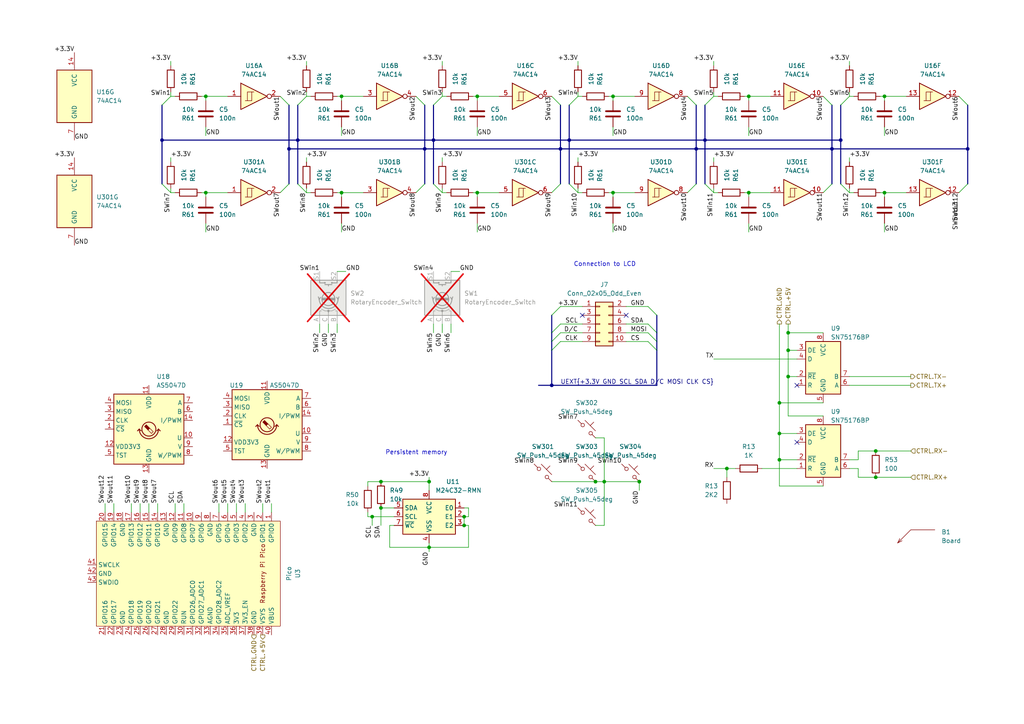
<source format=kicad_sch>
(kicad_sch (version 20230121) (generator eeschema)
  (paper "A4")
  (junction (at 99.06 55.88))
  (junction (at 177.8 55.88))
  (junction (at 217.17 27.94))
  (junction (at 228.6 109.22))
  (junction (at 228.6 101.6))
  (junction (at 228.6 96.52))
  (junction (at 125.73 40.64))
  (junction (at 86.36 40.64))
  (junction (at 83.82 43.18))
  (junction (at 254 130.81))
  (junction (at 134.62 152.4))
  (junction (at 172.72 139.7))
  (junction (at 59.69 27.94))
  (junction (at 226.06 133.35))
  (junction (at 123.19 43.18))
  (junction (at 162.56 43.18))
  (junction (at 243.84 40.64))
  (junction (at 107.95 149.86))
  (junction (at 46.99 40.64))
  (junction (at 201.93 43.18))
  (junction (at 124.46 139.7))
  (junction (at 256.54 27.94))
  (junction (at 226.06 125.73))
  (junction (at 59.69 55.88))
  (junction (at 254 138.43))
  (junction (at 204.47 40.64))
  (junction (at 124.46 158.75))
  (junction (at 160.02 111.76))
  (junction (at 217.17 55.88))
  (junction (at 226.06 116.84))
  (junction (at 177.8 27.94))
  (junction (at 241.3 43.18))
  (junction (at 210.82 135.89))
  (junction (at 256.54 55.88))
  (junction (at 165.1 40.64))
  (junction (at 280.67 43.18))
  (junction (at 110.49 147.32))
  (junction (at 175.26 139.7))
  (junction (at 134.62 149.86))
  (junction (at 110.49 139.7))
  (junction (at 138.43 55.88))
  (junction (at 138.43 27.94))
  (junction (at 99.06 27.94))
  (junction (at 185.42 139.7))
  (no_connect (at 168.91 91.44))
  (no_connect (at 181.61 91.44))
  (no_connect (at 231.14 111.76))
  (no_connect (at 231.14 128.27))
  (bus_entry (at 46.99 30.48) (size 2.54 -2.54))
  (bus_entry (at 278.13 27.94) (size 2.54 2.54))
  (bus_entry (at 246.38 55.88) (size -2.54 -2.54))
  (bus_entry (at 246.38 27.94) (size -2.54 2.54))
  (bus_entry (at 162.56 88.9) (size -2.54 2.54))
  (bus_entry (at 162.56 96.52) (size -2.54 2.54))
  (bus_entry (at 207.01 55.88) (size -2.54 -2.54))
  (bus_entry (at 128.27 27.94) (size -2.54 2.54))
  (bus_entry (at 199.39 27.94) (size 2.54 2.54))
  (bus_entry (at 167.64 55.88) (size -2.54 -2.54))
  (bus_entry (at 81.28 55.88) (size 2.54 -2.54))
  (bus_entry (at 167.64 27.94) (size -2.54 2.54))
  (bus_entry (at 207.01 27.94) (size -2.54 2.54))
  (bus_entry (at 187.96 88.9) (size 2.54 2.54))
  (bus_entry (at 238.76 55.88) (size 2.54 -2.54))
  (bus_entry (at 199.39 55.88) (size 2.54 -2.54))
  (bus_entry (at 86.36 53.34) (size 2.54 2.54))
  (bus_entry (at 120.65 55.88) (size 2.54 -2.54))
  (bus_entry (at 128.27 55.88) (size -2.54 -2.54))
  (bus_entry (at 86.36 30.48) (size 2.54 -2.54))
  (bus_entry (at 187.96 99.06) (size 2.54 2.54))
  (bus_entry (at 278.13 55.88) (size 2.54 -2.54))
  (bus_entry (at 162.56 99.06) (size -2.54 2.54))
  (bus_entry (at 187.96 96.52) (size 2.54 2.54))
  (bus_entry (at 238.76 27.94) (size 2.54 2.54))
  (bus_entry (at 120.65 27.94) (size 2.54 2.54))
  (bus_entry (at 46.99 53.34) (size 2.54 2.54))
  (bus_entry (at 160.02 55.88) (size 2.54 -2.54))
  (bus_entry (at 81.28 27.94) (size 2.54 2.54))
  (bus_entry (at 187.96 93.98) (size 2.54 2.54))
  (bus_entry (at 160.02 27.94) (size 2.54 2.54))
  (bus_entry (at 162.56 93.98) (size -2.54 2.54))
  (wire (pts (xy 110.49 147.32) (xy 110.49 152.4)))
  (wire (pts (xy 124.46 139.7) (xy 110.49 139.7)))
  (bus (pts (xy 125.73 40.64) (xy 165.1 40.64)))
  (bus (pts (xy 123.19 30.48) (xy 123.19 43.18)))
  (bus (pts (xy 190.5 101.6) (xy 190.5 111.76)))
  (wire (pts (xy 138.43 67.31) (xy 138.43 64.77)))
  (wire (pts (xy 135.89 158.75) (xy 124.46 158.75)))
  (wire (pts (xy 181.61 93.98) (xy 187.96 93.98)))
  (wire (pts (xy 49.53 54.61) (xy 49.53 55.88)))
  (wire (pts (xy 254 130.81) (xy 264.16 130.81)))
  (wire (pts (xy 220.98 135.89) (xy 231.14 135.89)))
  (wire (pts (xy 135.89 147.32) (xy 135.89 149.86)))
  (wire (pts (xy 177.8 55.88) (xy 184.15 55.88)))
  (wire (pts (xy 110.49 147.32) (xy 114.3 147.32)))
  (wire (pts (xy 138.43 29.21) (xy 138.43 27.94)))
  (wire (pts (xy 246.38 55.88) (xy 247.65 55.88)))
  (wire (pts (xy 213.36 135.89) (xy 210.82 135.89)))
  (wire (pts (xy 50.8 146.05) (xy 50.8 148.59)))
  (wire (pts (xy 88.9 17.78) (xy 88.9 19.05)))
  (wire (pts (xy 172.72 139.7) (xy 175.26 139.7)))
  (wire (pts (xy 177.8 29.21) (xy 177.8 27.94)))
  (wire (pts (xy 135.89 152.4) (xy 135.89 158.75)))
  (wire (pts (xy 217.17 29.21) (xy 217.17 27.94)))
  (wire (pts (xy 175.26 139.7) (xy 175.26 127)))
  (wire (pts (xy 181.61 96.52) (xy 187.96 96.52)))
  (bus (pts (xy 241.3 43.18) (xy 280.67 43.18)))
  (wire (pts (xy 59.69 39.37) (xy 59.69 36.83)))
  (wire (pts (xy 217.17 27.94) (xy 223.52 27.94)))
  (wire (pts (xy 125.73 96.52) (xy 125.73 93.98)))
  (bus (pts (xy 86.36 40.64) (xy 86.36 53.34)))
  (wire (pts (xy 248.92 130.81) (xy 248.92 133.35)))
  (bus (pts (xy 241.3 30.48) (xy 241.3 43.18)))
  (bus (pts (xy 123.19 43.18) (xy 162.56 43.18)))
  (wire (pts (xy 106.68 149.86) (xy 107.95 149.86)))
  (bus (pts (xy 83.82 30.48) (xy 83.82 43.18)))
  (wire (pts (xy 226.06 116.84) (xy 226.06 125.73)))
  (wire (pts (xy 167.64 17.78) (xy 167.64 19.05)))
  (bus (pts (xy 125.73 30.48) (xy 125.73 40.64)))
  (bus (pts (xy 165.1 40.64) (xy 204.47 40.64)))
  (wire (pts (xy 113.03 152.4) (xy 113.03 158.75)))
  (wire (pts (xy 78.74 146.05) (xy 78.74 148.59)))
  (bus (pts (xy 83.82 43.18) (xy 123.19 43.18)))
  (wire (pts (xy 167.64 55.88) (xy 168.91 55.88)))
  (wire (pts (xy 128.27 96.52) (xy 128.27 93.98)))
  (wire (pts (xy 217.17 55.88) (xy 215.9 55.88)))
  (wire (pts (xy 49.53 27.94) (xy 50.8 27.94)))
  (wire (pts (xy 238.76 116.84) (xy 226.06 116.84)))
  (wire (pts (xy 256.54 29.21) (xy 256.54 27.94)))
  (wire (pts (xy 92.71 96.52) (xy 92.71 93.98)))
  (wire (pts (xy 246.38 26.67) (xy 246.38 27.94)))
  (wire (pts (xy 128.27 55.88) (xy 129.54 55.88)))
  (wire (pts (xy 228.6 93.98) (xy 228.6 96.52)))
  (wire (pts (xy 53.34 146.05) (xy 53.34 148.59)))
  (wire (pts (xy 256.54 27.94) (xy 262.89 27.94)))
  (bus (pts (xy 160.02 91.44) (xy 160.02 96.52)))
  (wire (pts (xy 59.69 67.31) (xy 59.69 64.77)))
  (wire (pts (xy 226.06 125.73) (xy 231.14 125.73)))
  (bus (pts (xy 46.99 30.48) (xy 46.99 40.64)))
  (wire (pts (xy 95.25 96.52) (xy 95.25 93.98)))
  (wire (pts (xy 113.03 158.75) (xy 124.46 158.75)))
  (bus (pts (xy 125.73 40.64) (xy 125.73 53.34)))
  (bus (pts (xy 160.02 96.52) (xy 160.02 99.06)))
  (wire (pts (xy 128.27 45.72) (xy 128.27 46.99)))
  (wire (pts (xy 228.6 120.65) (xy 238.76 120.65)))
  (wire (pts (xy 177.8 55.88) (xy 176.53 55.88)))
  (wire (pts (xy 63.5 146.05) (xy 63.5 148.59)))
  (bus (pts (xy 86.36 30.48) (xy 86.36 40.64)))
  (wire (pts (xy 135.89 149.86) (xy 134.62 149.86)))
  (wire (pts (xy 167.64 27.94) (xy 168.91 27.94)))
  (bus (pts (xy 162.56 43.18) (xy 162.56 53.34)))
  (wire (pts (xy 167.64 26.67) (xy 167.64 27.94)))
  (wire (pts (xy 124.46 142.24) (xy 124.46 139.7)))
  (wire (pts (xy 226.06 93.98) (xy 226.06 116.84)))
  (wire (pts (xy 59.69 27.94) (xy 66.04 27.94)))
  (bus (pts (xy 241.3 43.18) (xy 241.3 53.34)))
  (bus (pts (xy 243.84 30.48) (xy 243.84 40.64)))
  (wire (pts (xy 114.3 152.4) (xy 113.03 152.4)))
  (wire (pts (xy 226.06 140.97) (xy 238.76 140.97)))
  (wire (pts (xy 228.6 109.22) (xy 228.6 120.65)))
  (wire (pts (xy 248.92 130.81) (xy 254 130.81)))
  (wire (pts (xy 71.12 146.05) (xy 71.12 148.59)))
  (wire (pts (xy 207.01 54.61) (xy 207.01 55.88)))
  (wire (pts (xy 246.38 27.94) (xy 247.65 27.94)))
  (wire (pts (xy 134.62 147.32) (xy 135.89 147.32)))
  (wire (pts (xy 99.06 67.31) (xy 99.06 64.77)))
  (wire (pts (xy 246.38 135.89) (xy 248.92 135.89)))
  (wire (pts (xy 99.06 57.15) (xy 99.06 55.88)))
  (bus (pts (xy 190.5 96.52) (xy 190.5 99.06)))
  (bus (pts (xy 204.47 40.64) (xy 204.47 53.34)))
  (bus (pts (xy 204.47 30.48) (xy 204.47 40.64)))
  (wire (pts (xy 256.54 55.88) (xy 255.27 55.88)))
  (wire (pts (xy 124.46 158.75) (xy 124.46 157.48)))
  (bus (pts (xy 165.1 40.64) (xy 165.1 53.34)))
  (wire (pts (xy 66.04 146.05) (xy 66.04 148.59)))
  (wire (pts (xy 33.02 146.05) (xy 33.02 148.59)))
  (wire (pts (xy 106.68 148.59) (xy 106.68 149.86)))
  (wire (pts (xy 128.27 17.78) (xy 128.27 19.05)))
  (wire (pts (xy 99.06 27.94) (xy 97.79 27.94)))
  (wire (pts (xy 124.46 138.43) (xy 124.46 139.7)))
  (wire (pts (xy 246.38 17.78) (xy 246.38 19.05)))
  (wire (pts (xy 207.01 45.72) (xy 207.01 46.99)))
  (wire (pts (xy 49.53 45.72) (xy 49.53 46.99)))
  (wire (pts (xy 167.64 45.72) (xy 167.64 46.99)))
  (bus (pts (xy 190.5 99.06) (xy 190.5 101.6)))
  (wire (pts (xy 217.17 57.15) (xy 217.17 55.88)))
  (wire (pts (xy 45.72 146.05) (xy 45.72 148.59)))
  (wire (pts (xy 88.9 27.94) (xy 90.17 27.94)))
  (bus (pts (xy 204.47 40.64) (xy 243.84 40.64)))
  (wire (pts (xy 175.26 139.7) (xy 185.42 139.7)))
  (wire (pts (xy 138.43 39.37) (xy 138.43 36.83)))
  (wire (pts (xy 99.06 39.37) (xy 99.06 36.83)))
  (wire (pts (xy 88.9 45.72) (xy 88.9 46.99)))
  (wire (pts (xy 246.38 45.72) (xy 246.38 46.99)))
  (wire (pts (xy 138.43 55.88) (xy 137.16 55.88)))
  (wire (pts (xy 207.01 55.88) (xy 208.28 55.88)))
  (wire (pts (xy 177.8 39.37) (xy 177.8 36.83)))
  (bus (pts (xy 243.84 40.64) (xy 243.84 53.34)))
  (wire (pts (xy 49.53 17.78) (xy 49.53 19.05)))
  (bus (pts (xy 280.67 43.18) (xy 280.67 53.34)))
  (wire (pts (xy 228.6 101.6) (xy 231.14 101.6)))
  (wire (pts (xy 210.82 135.89) (xy 210.82 138.43)))
  (wire (pts (xy 138.43 27.94) (xy 137.16 27.94)))
  (bus (pts (xy 86.36 40.64) (xy 125.73 40.64)))
  (wire (pts (xy 88.9 26.67) (xy 88.9 27.94)))
  (wire (pts (xy 124.46 160.02) (xy 124.46 158.75)))
  (wire (pts (xy 256.54 57.15) (xy 256.54 55.88)))
  (wire (pts (xy 49.53 55.88) (xy 50.8 55.88)))
  (wire (pts (xy 256.54 55.88) (xy 262.89 55.88)))
  (wire (pts (xy 181.61 88.9) (xy 187.96 88.9)))
  (wire (pts (xy 76.2 146.05) (xy 76.2 148.59)))
  (wire (pts (xy 99.06 55.88) (xy 105.41 55.88)))
  (wire (pts (xy 88.9 55.88) (xy 90.17 55.88)))
  (wire (pts (xy 207.01 26.67) (xy 207.01 27.94)))
  (wire (pts (xy 107.95 149.86) (xy 114.3 149.86)))
  (bus (pts (xy 162.56 30.48) (xy 162.56 43.18)))
  (wire (pts (xy 138.43 27.94) (xy 144.78 27.94)))
  (wire (pts (xy 133.35 78.74) (xy 130.81 78.74)))
  (bus (pts (xy 160.02 101.6) (xy 160.02 111.76)))
  (wire (pts (xy 256.54 39.37) (xy 256.54 36.83)))
  (wire (pts (xy 99.06 29.21) (xy 99.06 27.94)))
  (wire (pts (xy 256.54 67.31) (xy 256.54 64.77)))
  (wire (pts (xy 248.92 138.43) (xy 254 138.43)))
  (bus (pts (xy 280.67 30.48) (xy 280.67 43.18)))
  (wire (pts (xy 167.64 54.61) (xy 167.64 55.88)))
  (wire (pts (xy 162.56 96.52) (xy 168.91 96.52)))
  (wire (pts (xy 228.6 101.6) (xy 228.6 109.22)))
  (wire (pts (xy 175.26 152.4) (xy 175.26 139.7)))
  (wire (pts (xy 226.06 125.73) (xy 226.06 133.35)))
  (wire (pts (xy 99.06 27.94) (xy 105.41 27.94)))
  (wire (pts (xy 207.01 27.94) (xy 208.28 27.94)))
  (wire (pts (xy 177.8 57.15) (xy 177.8 55.88)))
  (wire (pts (xy 181.61 99.06) (xy 187.96 99.06)))
  (wire (pts (xy 59.69 29.21) (xy 59.69 27.94)))
  (wire (pts (xy 217.17 55.88) (xy 223.52 55.88)))
  (wire (pts (xy 246.38 54.61) (xy 246.38 55.88)))
  (bus (pts (xy 46.99 40.64) (xy 46.99 53.34)))
  (wire (pts (xy 177.8 67.31) (xy 177.8 64.77)))
  (wire (pts (xy 106.68 139.7) (xy 106.68 140.97)))
  (wire (pts (xy 97.79 93.98) (xy 97.79 96.52)))
  (wire (pts (xy 248.92 135.89) (xy 248.92 138.43)))
  (bus (pts (xy 162.56 43.18) (xy 201.93 43.18)))
  (bus (pts (xy 201.93 43.18) (xy 201.93 53.34)))
  (wire (pts (xy 217.17 27.94) (xy 215.9 27.94)))
  (bus (pts (xy 83.82 43.18) (xy 83.82 53.34)))
  (wire (pts (xy 217.17 39.37) (xy 217.17 36.83)))
  (wire (pts (xy 177.8 27.94) (xy 184.15 27.94)))
  (bus (pts (xy 165.1 30.48) (xy 165.1 40.64)))
  (wire (pts (xy 128.27 27.94) (xy 129.54 27.94)))
  (wire (pts (xy 226.06 133.35) (xy 231.14 133.35)))
  (wire (pts (xy 185.42 139.7) (xy 185.42 142.24)))
  (bus (pts (xy 190.5 91.44) (xy 190.5 96.52)))
  (wire (pts (xy 172.72 127) (xy 175.26 127)))
  (wire (pts (xy 138.43 55.88) (xy 144.78 55.88)))
  (wire (pts (xy 130.81 93.98) (xy 130.81 96.52)))
  (wire (pts (xy 217.17 67.31) (xy 217.17 64.77)))
  (wire (pts (xy 40.64 146.05) (xy 40.64 148.59)))
  (wire (pts (xy 207.01 17.78) (xy 207.01 19.05)))
  (wire (pts (xy 100.33 78.74) (xy 97.79 78.74)))
  (wire (pts (xy 207.01 104.14) (xy 231.14 104.14)))
  (wire (pts (xy 246.38 111.76) (xy 264.16 111.76)))
  (wire (pts (xy 226.06 133.35) (xy 226.06 140.97)))
  (wire (pts (xy 162.56 88.9) (xy 168.91 88.9)))
  (wire (pts (xy 107.95 149.86) (xy 107.95 152.4)))
  (wire (pts (xy 59.69 57.15) (xy 59.69 55.88)))
  (wire (pts (xy 160.02 139.7) (xy 172.72 139.7)))
  (wire (pts (xy 99.06 55.88) (xy 97.79 55.88)))
  (wire (pts (xy 254 138.43) (xy 264.16 138.43)))
  (wire (pts (xy 110.49 139.7) (xy 106.68 139.7)))
  (bus (pts (xy 156.21 111.76) (xy 160.02 111.76)))
  (wire (pts (xy 172.72 152.4) (xy 175.26 152.4)))
  (wire (pts (xy 128.27 26.67) (xy 128.27 27.94)))
  (bus (pts (xy 160.02 99.06) (xy 160.02 101.6)))
  (bus (pts (xy 201.93 43.18) (xy 241.3 43.18)))
  (wire (pts (xy 138.43 57.15) (xy 138.43 55.88)))
  (wire (pts (xy 30.48 146.05) (xy 30.48 148.59)))
  (wire (pts (xy 135.89 152.4) (xy 134.62 152.4)))
  (wire (pts (xy 59.69 27.94) (xy 58.42 27.94)))
  (wire (pts (xy 38.1 146.05) (xy 38.1 148.59)))
  (bus (pts (xy 46.99 40.64) (xy 86.36 40.64)))
  (wire (pts (xy 246.38 109.22) (xy 264.16 109.22)))
  (wire (pts (xy 248.92 133.35) (xy 246.38 133.35)))
  (wire (pts (xy 207.01 135.89) (xy 210.82 135.89)))
  (bus (pts (xy 201.93 30.48) (xy 201.93 43.18)))
  (bus (pts (xy 123.19 43.18) (xy 123.19 53.34)))
  (wire (pts (xy 228.6 96.52) (xy 238.76 96.52)))
  (wire (pts (xy 162.56 99.06) (xy 168.91 99.06)))
  (wire (pts (xy 177.8 27.94) (xy 176.53 27.94)))
  (bus (pts (xy 160.02 111.76) (xy 190.5 111.76)))
  (wire (pts (xy 59.69 55.88) (xy 66.04 55.88)))
  (wire (pts (xy 59.69 55.88) (xy 58.42 55.88)))
  (wire (pts (xy 162.56 93.98) (xy 168.91 93.98)))
  (wire (pts (xy 228.6 109.22) (xy 231.14 109.22)))
  (wire (pts (xy 43.18 146.05) (xy 43.18 148.59)))
  (wire (pts (xy 88.9 54.61) (xy 88.9 55.88)))
  (wire (pts (xy 128.27 54.61) (xy 128.27 55.88)))
  (wire (pts (xy 49.53 26.67) (xy 49.53 27.94)))
  (wire (pts (xy 256.54 27.94) (xy 255.27 27.94)))
  (wire (pts (xy 68.58 146.05) (xy 68.58 148.59)))
  (wire (pts (xy 134.62 149.86) (xy 134.62 152.4)))
  (wire (pts (xy 228.6 96.52) (xy 228.6 101.6)))
  (text "Persistent memory" (at 111.76 132.08 0) (effects (font (size 1.27 1.27)) (justify left bottom)))
  (text "Connection to LCD" (at 166.37 77.47 0) (effects (font (size 1.27 1.27)) (justify left bottom)))
  (label "SWin3" (at 128.27 27.94 180))
  (label "SWin9" (at 167.64 134.62 180))
  (label "SCL" (at 167.64 93.98 180))
  (label "SWout6" (at 63.5 146.05 90))
  (label "+3.3V" (at 88.9 17.78 180))
  (label "SWout5" (at 66.04 146.05 90))
  (label "SWin7" (at 167.64 121.92 180))
  (label "SWin11" (at 207.01 55.88 270))
  (label "SWin4" (at 167.64 27.94 180))
  (label "SWout8" (at 120.65 55.88 270))
  (label "+3.3V" (at 167.64 45.72 0))
  (label "SWin1" (at 49.53 27.94 180))
  (label "SWin9" (at 128.27 55.88 270))
  (label "SWout4" (at 68.58 146.05 90))
  (label "SWout1" (at 81.28 27.94 270))
  (label "RX" (at 207.01 135.89 180))
  (label "SWin5" (at 207.01 27.94 180))
  (label "SWin6" (at 130.81 96.52 270))
  (label "UEXT{+3.3V GND SCL SDA D{slash}C MOSI CLK CS}" (at 162.56 111.76 0))
  (label "+3.3V" (at 128.27 17.78 180))
  (label "SCL" (at 50.8 146.05 90))
  (label "SDA" (at 110.49 152.4 270))
  (label "SWin2" (at 92.71 96.52 270))
  (label "GND" (at 99.06 39.37 0))
  (label "+3.3V" (at 246.38 45.72 0))
  (label "+3.3V" (at 21.59 15.24 180))
  (label "+3.3V" (at 21.59 45.72 180))
  (label "SWin3" (at 97.79 96.52 270))
  (label "GND" (at 177.8 67.31 0))
  (label "SWout9" (at 40.64 146.05 90))
  (label "+3.3V" (at 49.53 17.78 180))
  (label "GND" (at 21.59 71.12 0))
  (label "SWout7" (at 45.72 146.05 90))
  (label "SWin8" (at 88.9 55.88 270))
  (label "MOSI" (at 182.88 96.52 0))
  (label "GND" (at 21.59 40.64 0))
  (label "SWout8" (at 43.18 146.05 90))
  (label "+3.3V" (at 167.64 88.9 180))
  (label "CLK" (at 167.64 99.06 180))
  (label "+3.3V" (at 88.9 45.72 0))
  (label "SWout11" (at 238.76 55.88 270))
  (label "SWout2" (at 76.2 146.05 90))
  (label "GND" (at 138.43 39.37 0))
  (label "SWin10" (at 167.64 55.88 270))
  (label "SWout3" (at 71.12 146.05 90))
  (label "+3.3V" (at 49.53 45.72 0))
  (label "SWout10" (at 199.39 55.88 270))
  (label "SWout2" (at 120.65 27.94 270))
  (label "GND" (at 256.54 39.37 0))
  (label "SWin10" (at 180.34 134.62 180))
  (label "SWin7" (at 49.53 55.88 270))
  (label "GND" (at 177.8 39.37 0))
  (label "GND" (at 182.88 88.9 0))
  (label "GND" (at 133.35 78.74 0))
  (label "SWout12" (at 30.48 146.05 90))
  (label "SWout6" (at 278.13 27.94 270))
  (label "SCL" (at 107.95 152.4 270))
  (label "D{slash}C" (at 167.64 96.52 180))
  (label "TX" (at 207.01 104.14 180))
  (label "SWin4" (at 125.73 78.74 180))
  (label "SWout10" (at 38.1 146.05 90))
  (label "SWin12" (at 246.38 55.88 270))
  (label "SWin8" (at 154.94 134.62 180))
  (label "GND" (at 99.06 67.31 0))
  (label "SWout3" (at 160.02 27.94 270))
  (label "SWout9" (at 160.02 55.88 270))
  (label "SWout12" (at 278.13 55.88 270))
  (label "SDA" (at 182.88 93.98 0))
  (label "SWin2" (at 88.9 27.94 180))
  (label "GND" (at 217.17 39.37 0))
  (label "SWout7" (at 81.28 55.88 270))
  (label "GND" (at 59.69 67.31 0))
  (label "+3.3V" (at 207.01 17.78 180))
  (label "SWin11" (at 167.64 147.32 180))
  (label "SWout13" (at 278.13 58.42 270))
  (label "GND" (at 59.69 39.37 0))
  (label "CS" (at 182.88 99.06 0))
  (label "GND" (at 124.46 160.02 270))
  (label "GND" (at 95.25 96.52 270))
  (label "GND" (at 185.42 142.24 270))
  (label "SWout1" (at 78.74 146.05 90))
  (label "+3.3V" (at 207.01 45.72 0))
  (label "SDA" (at 53.34 146.05 90))
  (label "+3.3V" (at 128.27 45.72 0))
  (label "SWin1" (at 92.71 78.74 180))
  (label "GND" (at 100.33 78.74 0))
  (label "SWout5" (at 238.76 27.94 270))
  (label "SWin6" (at 246.38 27.94 180))
  (label "SWout11" (at 33.02 146.05 90))
  (label "GND" (at 256.54 67.31 0))
  (label "GND" (at 128.27 96.52 270))
  (label "SWin5" (at 125.73 96.52 270))
  (label "GND" (at 138.43 67.31 0))
  (label "+3.3V" (at 124.46 138.43 180))
  (label "SWout4" (at 199.39 27.94 270))
  (label "+3.3V" (at 246.38 17.78 180))
  (label "+3.3V" (at 167.64 17.78 180))
  (label "GND" (at 217.17 67.31 0))
  (hierarchical_label "CTRL.GND" (shape output) (at 226.06 93.98 90))
  (hierarchical_label "CTRL.+5V" (shape output) (at 228.6 93.98 90))
  (hierarchical_label "CTRL.GND" (shape output) (at 73.66 184.15 270))
  (hierarchical_label "CTRL.+5V" (shape output) (at 76.2 184.15 270))
  (hierarchical_label "CTRL.TX-" (shape output) (at 264.16 109.22 0))
  (hierarchical_label "CTRL.TX+" (shape output) (at 264.16 111.76 0))
  (hierarchical_label "CTRL.RX-" (shape input) (at 264.16 130.81 0))
  (hierarchical_label "CTRL.RX+" (shape input) (at 264.16 138.43 0))
  (symbol (lib_id "74xx:74HC14") (at 231.14 27.94 0) (unit 5)
    (property "Reference" "U16" (at 231.14 19.05 0))
    (property "Value" "74AC14" (at 231.14 21.59 0))
    (property "Footprint" "Package_SO:SOIC-14_3.9x8.7mm_P1.27mm" (effects hide))
    (property "Datasheet" "http://www.ti.com/lit/gpn/sn74HC14" (effects hide))
  )
  (symbol (lib_id "Device:R") (at 207.01 50.8 0) (mirror y) (unit 1)
    (property "Reference" "R61" (at 213.36 50.8 90))
    (property "Value" "10k" (at 210.82 50.8 90))
    (property "Footprint" "Resistor_THT:R_Axial_DIN0207_L6.3mm_D2.5mm_P7.62mm_Horizontal" (effects hide))
    (instances (project "digipsu" (path "" (reference "R61") (unit 1)) (path "" (reference "R320") (unit 1))))
  )
  (symbol (lib_id "Device:R") (at 246.38 22.86 0) (mirror y) (unit 1)
    (property "Reference" "R61" (at 252.73 22.86 90))
    (property "Value" "10k" (at 250.19 22.86 90))
    (property "Footprint" "Resistor_THT:R_Axial_DIN0207_L6.3mm_D2.5mm_P7.62mm_Horizontal" (effects hide))
    (instances (project "digipsu" (path "" (reference "R61") (unit 1)) (path "" (reference "R310") (unit 1))))
  )
  (symbol (lib_id "74xx:74HC14") (at 270.51 27.94 0) (unit 6)
    (property "Reference" "U16" (at 270.51 19.05 0))
    (property "Value" "74AC14" (at 270.51 21.59 0))
    (property "Footprint" "Package_SO:SOIC-14_3.9x8.7mm_P1.27mm" (effects hide))
    (property "Datasheet" "http://www.ti.com/lit/gpn/sn74HC14" (effects hide))
  )
  (symbol (lib_id "Device:R") (at 128.27 50.8 0) (mirror y) (unit 1)
    (property "Reference" "R61" (at 134.62 50.8 90))
    (property "Value" "10k" (at 132.08 50.8 90))
    (property "Footprint" "Resistor_THT:R_Axial_DIN0207_L6.3mm_D2.5mm_P7.62mm_Horizontal" (effects hide))
    (instances (project "digipsu" (path "" (reference "R61") (unit 1)) (path "" (reference "R316") (unit 1))))
  )
  (symbol (lib_id "Device:C") (at 99.06 60.96 0) (unit 1)
    (property "Reference" "C5" (at 102.87 59.69 0) (effects (justify left)))
    (property "Value" "100n" (at 102.87 62.23 0) (effects (justify left)))
    (property "Footprint" "Capacitor_THT:C_Disc_D3.8mm_W2.6mm_P2.50mm" (effects hide))
    (instances (project "digipsu" (path "" (reference "C5") (unit 1)) (path "" (reference "C17") (unit 1)) (path "" (reference "C307") (unit 1))))
  )
  (symbol (lib_id "Device:R") (at 106.68 144.78 0) (mirror y) (unit 1)
    (property "Reference" "R50" (at 104.14 143.51 0) (effects (justify left)))
    (property "Value" "10k" (at 104.14 146.05 0) (effects (justify left)))
    (property "Footprint" "Resistor_THT:R_Axial_DIN0207_L6.3mm_D2.5mm_P7.62mm_Horizontal" (effects hide))
  )
  (symbol (lib_id "74xx:74HC14") (at 21.59 27.94 0) (unit 7)
    (property "Reference" "U16" (at 27.94 26.67 0) (effects (justify left)))
    (property "Value" "74AC14" (at 27.94 29.21 0) (effects (justify left)))
    (property "Footprint" "Package_SO:SOIC-14_3.9x8.7mm_P1.27mm" (effects hide))
    (property "Datasheet" "http://www.ti.com/lit/gpn/sn74HC14" (effects hide))
  )
  (symbol (lib_id "Switch:SW_Push_45deg") (at 157.48 137.16 0) (unit 1)
    (property "Reference" "SW301" (at 157.48 129.54 0))
    (property "Value" "SW_Push_45deg" (at 157.48 132.08 0))
    (property "Footprint" "Button_Switch_THT:SW_PUSH_6mm" (effects hide))
  )
  (symbol (lib_id "PCM_kikit:Board") (at 260.35 157.48 0) (unit 1) (in_bom no)
    (property "Reference" "B1" (at 273.05 154.305 0) (effects (justify left)))
    (property "Value" "Board" (at 273.05 156.845 0) (effects (justify left)))
    (property "Footprint" "PCM_kikit:Board" (effects hide))
    (instances (project "digipsu" (path "" (reference "B1") (unit 1)) (path "" (reference "B2") (unit 1))))
  )
  (symbol (lib_id "Device:R") (at 110.49 143.51 0) (unit 1)
    (property "Reference" "R49" (at 113.03 142.24 0) (effects (justify left)))
    (property "Value" "10k" (at 113.03 144.78 0) (effects (justify left)))
    (property "Footprint" "Resistor_THT:R_Axial_DIN0207_L6.3mm_D2.5mm_P7.62mm_Horizontal" (effects hide))
  )
  (symbol (lib_id "74xx:74HC14") (at 73.66 27.94 0) (unit 1)
    (property "Reference" "U16" (at 73.66 19.05 0))
    (property "Value" "74AC14" (at 73.66 21.59 0))
    (property "Footprint" "Package_SO:SOIC-14_3.9x8.7mm_P1.27mm" (effects hide))
    (property "Datasheet" "http://www.ti.com/lit/gpn/sn74HC14" (effects hide))
  )
  (symbol (lib_id "Device:R") (at 210.82 142.24 0) (mirror x) (unit 1)
    (property "Reference" "R13" (at 208.28 140.97 0) (effects (justify right)))
    (property "Value" "2K2" (at 208.28 143.51 0) (effects (justify right)))
    (property "Footprint" "Resistor_THT:R_Axial_DIN0207_L6.3mm_D2.5mm_P7.62mm_Horizontal" (effects hide))
    (instances (project "digipsu" (path "" (reference "R13") (unit 1)) (path "" (reference "R27") (unit 1)) (path "" (reference "R59") (unit 1))))
  )
  (symbol (lib_id "Device:R") (at 49.53 50.8 0) (mirror y) (unit 1)
    (property "Reference" "R61" (at 55.88 50.8 90))
    (property "Value" "10k" (at 53.34 50.8 90))
    (property "Footprint" "Resistor_THT:R_Axial_DIN0207_L6.3mm_D2.5mm_P7.62mm_Horizontal" (effects hide))
    (instances (project "digipsu" (path "" (reference "R61") (unit 1)) (path "" (reference "R312") (unit 1))))
  )
  (symbol (lib_id "Device:C") (at 217.17 60.96 0) (unit 1)
    (property "Reference" "C5" (at 220.98 59.69 0) (effects (justify left)))
    (property "Value" "100n" (at 220.98 62.23 0) (effects (justify left)))
    (property "Footprint" "Capacitor_THT:C_Disc_D3.8mm_W2.6mm_P2.50mm" (effects hide))
    (instances (project "digipsu" (path "" (reference "C5") (unit 1)) (path "" (reference "C17") (unit 1)) (path "" (reference "C310") (unit 1))))
  )
  (symbol (lib_id "Interface_UART:SN75176AP") (at 238.76 106.68 0) (unit 1)
    (property "Reference" "U9" (at 240.9541 95.25 0) (effects (justify left)))
    (property "Value" "SN75176BP" (at 240.9541 97.79 0) (effects (justify left)))
    (property "Footprint" "Package_DIP:DIP-8_W7.62mm" (effects hide))
    (property "Datasheet" "http://www.ti.com/lit/ds/symlink/sn75176a.pdf" (effects hide))
    (instances (project "digipsu" (path "" (reference "U9") (unit 1)) (path "" (reference "U14") (unit 1))))
  )
  (symbol (lib_id "74xx:74HC14") (at 21.59 58.42 0) (unit 7)
    (property "Reference" "U301" (at 27.94 57.15 0) (effects (justify left)))
    (property "Value" "74AC14" (at 27.94 59.69 0) (effects (justify left)))
    (property "Footprint" "Package_SO:SOIC-14_3.9x8.7mm_P1.27mm" (effects hide))
    (property "Datasheet" "http://www.ti.com/lit/gpn/sn74HC14" (effects hide))
  )
  (symbol (lib_id "Device:R") (at 133.35 27.94 270) (mirror x) (unit 1)
    (property "Reference" "R61" (at 133.35 34.29 90))
    (property "Value" "10k" (at 133.35 31.75 90))
    (property "Footprint" "Resistor_THT:R_Axial_DIN0207_L6.3mm_D2.5mm_P7.62mm_Horizontal" (effects hide))
    (instances (project "digipsu" (path "" (reference "R61") (unit 1)) (path "" (reference "R305") (unit 1))))
  )
  (symbol (lib_id "Switch:SW_Push_45deg") (at 182.88 137.16 0) (unit 1)
    (property "Reference" "SW304" (at 182.88 129.54 0))
    (property "Value" "SW_Push_45deg" (at 182.88 132.08 0))
    (property "Footprint" "Button_Switch_THT:SW_PUSH_6mm" (effects hide))
  )
  (symbol (lib_id "Device:RotaryEncoder_Switch") (at 128.27 86.36 90) (unit 1) (dnp yes)
    (property "Reference" "SW1" (at 134.62 85.09 90) (effects (justify right)))
    (property "Value" "RotaryEncoder_Switch" (at 134.62 87.63 90) (effects (justify right)))
    (property "Footprint" "Rotary_Encoder:RotaryEncoder_Bourns_Vertical_PEC12R-3xxxF-Sxxxx" (effects hide))
  )
  (symbol (lib_id "Device:R") (at 54.61 55.88 270) (mirror x) (unit 1)
    (property "Reference" "R61" (at 54.61 62.23 90))
    (property "Value" "10k" (at 54.61 59.69 90))
    (property "Footprint" "Resistor_THT:R_Axial_DIN0207_L6.3mm_D2.5mm_P7.62mm_Horizontal" (effects hide))
    (instances (project "digipsu" (path "" (reference "R61") (unit 1)) (path "" (reference "R313") (unit 1))))
  )
  (symbol (lib_id "MCU_RaspberryPi_and_Boards:Pico") (at 54.61 166.37 270) (unit 1)
    (property "Reference" "U3" (at 86.36 166.37 0))
    (property "Value" "Pico" (at 83.82 166.37 0))
    (property "Footprint" "MCU_RaspberryPi_and_Boards:RPi_Pico_SMD_TH" (effects hide))
    (instances (project "digipsu" (path "" (reference "U3") (unit 1)) (path "" (reference "U3") (unit 1)) (path "" (reference "U10") (unit 1))))
  )
  (symbol (lib_id "Device:C") (at 138.43 60.96 0) (unit 1)
    (property "Reference" "C5" (at 142.24 59.69 0) (effects (justify left)))
    (property "Value" "100n" (at 142.24 62.23 0) (effects (justify left)))
    (property "Footprint" "Capacitor_THT:C_Disc_D3.8mm_W2.6mm_P2.50mm" (effects hide))
    (instances (project "digipsu" (path "" (reference "C5") (unit 1)) (path "" (reference "C17") (unit 1)) (path "" (reference "C308") (unit 1))))
  )
  (symbol (lib_id "Device:C") (at 177.8 33.02 0) (unit 1)
    (property "Reference" "C5" (at 181.61 31.75 0) (effects (justify left)))
    (property "Value" "100n" (at 181.61 34.29 0) (effects (justify left)))
    (property "Footprint" "Capacitor_THT:C_Disc_D3.8mm_W2.6mm_P2.50mm" (effects hide))
    (instances (project "digipsu" (path "" (reference "C5") (unit 1)) (path "" (reference "C17") (unit 1)) (path "" (reference "C303") (unit 1))))
  )
  (symbol (lib_id "74xx:74HC14") (at 152.4 55.88 0) (unit 3)
    (property "Reference" "U301" (at 152.4 46.99 0))
    (property "Value" "74AC14" (at 152.4 49.53 0))
    (property "Footprint" "Package_SO:SOIC-14_3.9x8.7mm_P1.27mm" (effects hide))
    (property "Datasheet" "http://www.ti.com/lit/gpn/sn74HC14" (effects hide))
  )
  (symbol (lib_id "Device:R") (at 254 134.62 0) (unit 1)
    (property "Reference" "R53" (at 256.54 133.35 0) (effects (justify left)))
    (property "Value" "100" (at 256.54 135.89 0) (effects (justify left)))
    (property "Footprint" "Resistor_THT:R_Axial_DIN0207_L6.3mm_D2.5mm_P7.62mm_Horizontal" (effects hide))
    (instances (project "digipsu" (path "" (reference "R53") (unit 1)) (path "" (reference "R58") (unit 1))))
  )
  (symbol (lib_id "Device:R") (at 93.98 55.88 270) (mirror x) (unit 1)
    (property "Reference" "R61" (at 93.98 62.23 90))
    (property "Value" "10k" (at 93.98 59.69 90))
    (property "Footprint" "Resistor_THT:R_Axial_DIN0207_L6.3mm_D2.5mm_P7.62mm_Horizontal" (effects hide))
    (instances (project "digipsu" (path "" (reference "R61") (unit 1)) (path "" (reference "R315") (unit 1))))
  )
  (symbol (lib_id "Connector_Generic:Conn_02x05_Odd_Even") (at 173.99 93.98 0) (unit 1)
    (property "Reference" "J7" (at 175.26 82.55 0))
    (property "Value" "Conn_02x05_Odd_Even" (at 175.26 85.09 0))
    (property "Footprint" "Connector_IDC:IDC-Header_2x05_P2.54mm_Vertical" (effects hide))
  )
  (symbol (lib_id "Switch:SW_Push_45deg") (at 170.18 149.86 0) (unit 1)
    (property "Reference" "SW305" (at 170.18 142.24 0))
    (property "Value" "SW_Push_45deg" (at 170.18 144.78 0))
    (property "Footprint" "Button_Switch_THT:SW_PUSH_6mm" (effects hide))
  )
  (symbol (lib_id "Device:R") (at 133.35 55.88 270) (mirror x) (unit 1)
    (property "Reference" "R61" (at 133.35 62.23 90))
    (property "Value" "10k" (at 133.35 59.69 90))
    (property "Footprint" "Resistor_THT:R_Axial_DIN0207_L6.3mm_D2.5mm_P7.62mm_Horizontal" (effects hide))
    (instances (project "digipsu" (path "" (reference "R61") (unit 1)) (path "" (reference "R317") (unit 1))))
  )
  (symbol (lib_id "74xx:74HC14") (at 113.03 55.88 0) (unit 2)
    (property "Reference" "U301" (at 113.03 46.99 0))
    (property "Value" "74AC14" (at 113.03 49.53 0))
    (property "Footprint" "Package_SO:SOIC-14_3.9x8.7mm_P1.27mm" (effects hide))
    (property "Datasheet" "http://www.ti.com/lit/gpn/sn74HC14" (effects hide))
  )
  (symbol (lib_id "Memory_EEPROM:M24C02-RMN") (at 124.46 149.86 0) (mirror y) (unit 1)
    (property "Reference" "U11" (at 133.35 139.7 0) (effects (justify left)))
    (property "Value" "M24C32-RMN" (at 139.7 142.24 0) (effects (justify left)))
    (property "Footprint" "Package_SO:SOIC-8_3.9x4.9mm_P1.27mm" (effects hide))
    (property "Datasheet" "http://www.st.com/content/ccc/resource/technical/document/datasheet/b0/d8/50/40/5a/85/49/6f/DM00071904.pdf/files/DM00071904.pdf/jcr:content/translations/en.DM00071904.pdf" (effects hide))
  )
  (symbol (lib_id "Device:C") (at 59.69 33.02 0) (unit 1)
    (property "Reference" "C5" (at 63.5 31.75 0) (effects (justify left)))
    (property "Value" "100n" (at 63.5 34.29 0) (effects (justify left)))
    (property "Footprint" "Capacitor_THT:C_Disc_D3.8mm_W2.6mm_P2.50mm" (effects hide))
    (instances (project "digipsu" (path "" (reference "C5") (unit 1)) (path "" (reference "C17") (unit 1)) (path "" (reference "C17") (unit 1))))
  )
  (symbol (lib_id "Device:R") (at 93.98 27.94 270) (mirror x) (unit 1)
    (property "Reference" "R61" (at 93.98 34.29 90))
    (property "Value" "10k" (at 93.98 31.75 90))
    (property "Footprint" "Resistor_THT:R_Axial_DIN0207_L6.3mm_D2.5mm_P7.62mm_Horizontal" (effects hide))
    (instances (project "digipsu" (path "" (reference "R61") (unit 1)) (path "" (reference "R303") (unit 1))))
  )
  (symbol (lib_id "Device:RotaryEncoder_Switch") (at 95.25 86.36 90) (unit 1) (dnp yes)
    (property "Reference" "SW2" (at 101.6 85.09 90) (effects (justify right)))
    (property "Value" "RotaryEncoder_Switch" (at 101.6 87.63 90) (effects (justify right)))
    (property "Footprint" "Rotary_Encoder:RotaryEncoder_Bourns_Vertical_PEC12R-3xxxF-Sxxxx" (effects hide))
  )
  (symbol (lib_id "Device:R") (at 251.46 27.94 270) (mirror x) (unit 1)
    (property "Reference" "R61" (at 251.46 34.29 90))
    (property "Value" "10k" (at 251.46 31.75 90))
    (property "Footprint" "Resistor_THT:R_Axial_DIN0207_L6.3mm_D2.5mm_P7.62mm_Horizontal" (effects hide))
    (instances (project "digipsu" (path "" (reference "R61") (unit 1)) (path "" (reference "R311") (unit 1))))
  )
  (symbol (lib_id "Device:C") (at 217.17 33.02 0) (unit 1)
    (property "Reference" "C5" (at 220.98 31.75 0) (effects (justify left)))
    (property "Value" "100n" (at 220.98 34.29 0) (effects (justify left)))
    (property "Footprint" "Capacitor_THT:C_Disc_D3.8mm_W2.6mm_P2.50mm" (effects hide))
    (instances (project "digipsu" (path "" (reference "C5") (unit 1)) (path "" (reference "C17") (unit 1)) (path "" (reference "C304") (unit 1))))
  )
  (symbol (lib_id "Device:R") (at 167.64 22.86 0) (mirror y) (unit 1)
    (property "Reference" "R61" (at 173.99 22.86 90))
    (property "Value" "10k" (at 171.45 22.86 90))
    (property "Footprint" "Resistor_THT:R_Axial_DIN0207_L6.3mm_D2.5mm_P7.62mm_Horizontal" (effects hide))
    (instances (project "digipsu" (path "" (reference "R61") (unit 1)) (path "" (reference "R306") (unit 1))))
  )
  (symbol (lib_id "Device:R") (at 49.53 22.86 0) (mirror y) (unit 1)
    (property "Reference" "R61" (at 55.88 22.86 90))
    (property "Value" "10k" (at 53.34 22.86 90))
    (property "Footprint" "Resistor_THT:R_Axial_DIN0207_L6.3mm_D2.5mm_P7.62mm_Horizontal" (effects hide))
  )
  (symbol (lib_id "Device:R") (at 88.9 22.86 0) (mirror y) (unit 1)
    (property "Reference" "R61" (at 95.25 22.86 90))
    (property "Value" "10k" (at 92.71 22.86 90))
    (property "Footprint" "Resistor_THT:R_Axial_DIN0207_L6.3mm_D2.5mm_P7.62mm_Horizontal" (effects hide))
    (instances (project "digipsu" (path "" (reference "R61") (unit 1)) (path "" (reference "R302") (unit 1))))
  )
  (symbol (lib_id "Device:C") (at 99.06 33.02 0) (unit 1)
    (property "Reference" "C5" (at 102.87 31.75 0) (effects (justify left)))
    (property "Value" "100n" (at 102.87 34.29 0) (effects (justify left)))
    (property "Footprint" "Capacitor_THT:C_Disc_D3.8mm_W2.6mm_P2.50mm" (effects hide))
    (instances (project "digipsu" (path "" (reference "C5") (unit 1)) (path "" (reference "C17") (unit 1)) (path "" (reference "C301") (unit 1))))
  )
  (symbol (lib_id "Switch:SW_Push_45deg") (at 170.18 124.46 0) (unit 1)
    (property "Reference" "SW302" (at 170.18 116.84 0))
    (property "Value" "SW_Push_45deg" (at 170.18 119.38 0))
    (property "Footprint" "Button_Switch_THT:SW_PUSH_6mm" (effects hide))
  )
  (symbol (lib_id "Device:R") (at 172.72 55.88 270) (mirror x) (unit 1)
    (property "Reference" "R61" (at 172.72 62.23 90))
    (property "Value" "10k" (at 172.72 59.69 90))
    (property "Footprint" "Resistor_THT:R_Axial_DIN0207_L6.3mm_D2.5mm_P7.62mm_Horizontal" (effects hide))
    (instances (project "digipsu" (path "" (reference "R61") (unit 1)) (path "" (reference "R319") (unit 1))))
  )
  (symbol (lib_id "Device:C") (at 177.8 60.96 0) (unit 1)
    (property "Reference" "C5" (at 181.61 59.69 0) (effects (justify left)))
    (property "Value" "100n" (at 181.61 62.23 0) (effects (justify left)))
    (property "Footprint" "Capacitor_THT:C_Disc_D3.8mm_W2.6mm_P2.50mm" (effects hide))
    (instances (project "digipsu" (path "" (reference "C5") (unit 1)) (path "" (reference "C17") (unit 1)) (path "" (reference "C309") (unit 1))))
  )
  (symbol (lib_id "Switch:SW_Push_45deg") (at 170.18 137.16 0) (unit 1)
    (property "Reference" "SW303" (at 170.18 129.54 0))
    (property "Value" "SW_Push_45deg" (at 170.18 132.08 0))
    (property "Footprint" "Button_Switch_THT:SW_PUSH_6mm" (effects hide))
  )
  (symbol (lib_id "Interface_UART:SN75176AP") (at 238.76 130.81 0) (unit 1)
    (property "Reference" "U9" (at 240.9541 119.38 0) (effects (justify left)))
    (property "Value" "SN75176BP" (at 240.9541 121.92 0) (effects (justify left)))
    (property "Footprint" "Package_DIP:DIP-8_W7.62mm" (effects hide))
    (property "Datasheet" "http://www.ti.com/lit/ds/symlink/sn75176a.pdf" (effects hide))
    (instances (project "digipsu" (path "" (reference "U9") (unit 1)) (path "" (reference "U15") (unit 1))))
  )
  (symbol (lib_id "Device:R") (at 54.61 27.94 270) (mirror x) (unit 1)
    (property "Reference" "R61" (at 54.61 34.29 90))
    (property "Value" "10k" (at 54.61 31.75 90))
    (property "Footprint" "Resistor_THT:R_Axial_DIN0207_L6.3mm_D2.5mm_P7.62mm_Horizontal" (effects hide))
    (instances (project "digipsu" (path "" (reference "R61") (unit 1)) (path "" (reference "R301") (unit 1))))
  )
  (symbol (lib_id "Device:C") (at 59.69 60.96 0) (unit 1)
    (property "Reference" "C5" (at 63.5 59.69 0) (effects (justify left)))
    (property "Value" "100n" (at 63.5 62.23 0) (effects (justify left)))
    (property "Footprint" "Capacitor_THT:C_Disc_D3.8mm_W2.6mm_P2.50mm" (effects hide))
    (instances (project "digipsu" (path "" (reference "C5") (unit 1)) (path "" (reference "C17") (unit 1)) (path "" (reference "C306") (unit 1))))
  )
  (symbol (lib_id "Device:R") (at 88.9 50.8 0) (mirror y) (unit 1)
    (property "Reference" "R61" (at 95.25 50.8 90))
    (property "Value" "10k" (at 92.71 50.8 90))
    (property "Footprint" "Resistor_THT:R_Axial_DIN0207_L6.3mm_D2.5mm_P7.62mm_Horizontal" (effects hide))
    (instances (project "digipsu" (path "" (reference "R61") (unit 1)) (path "" (reference "R314") (unit 1))))
  )
  (symbol (lib_id "Device:R") (at 251.46 55.88 270) (mirror x) (unit 1)
    (property "Reference" "R61" (at 251.46 62.23 90))
    (property "Value" "10k" (at 251.46 59.69 90))
    (property "Footprint" "Resistor_THT:R_Axial_DIN0207_L6.3mm_D2.5mm_P7.62mm_Horizontal" (effects hide))
    (instances (project "digipsu" (path "" (reference "R61") (unit 1)) (path "" (reference "R323") (unit 1))))
  )
  (symbol (lib_id "74xx:74HC14") (at 191.77 55.88 0) (unit 4)
    (property "Reference" "U301" (at 191.77 46.99 0))
    (property "Value" "74AC14" (at 191.77 49.53 0))
    (property "Footprint" "Package_SO:SOIC-14_3.9x8.7mm_P1.27mm" (effects hide))
    (property "Datasheet" "http://www.ti.com/lit/gpn/sn74HC14" (effects hide))
  )
  (symbol (lib_id "74xx:74HC14") (at 113.03 27.94 0) (unit 2)
    (property "Reference" "U16" (at 113.03 19.05 0))
    (property "Value" "74AC14" (at 113.03 21.59 0))
    (property "Footprint" "Package_SO:SOIC-14_3.9x8.7mm_P1.27mm" (effects hide))
    (property "Datasheet" "http://www.ti.com/lit/gpn/sn74HC14" (effects hide))
  )
  (symbol (lib_id "Device:C") (at 256.54 33.02 0) (unit 1)
    (property "Reference" "C5" (at 260.35 31.75 0) (effects (justify left)))
    (property "Value" "100n" (at 260.35 34.29 0) (effects (justify left)))
    (property "Footprint" "Capacitor_THT:C_Disc_D3.8mm_W2.6mm_P2.50mm" (effects hide))
    (instances (project "digipsu" (path "" (reference "C5") (unit 1)) (path "" (reference "C17") (unit 1)) (path "" (reference "C305") (unit 1))))
  )
  (symbol (lib_id "Device:C") (at 256.54 60.96 0) (unit 1)
    (property "Reference" "C5" (at 260.35 59.69 0) (effects (justify left)))
    (property "Value" "100n" (at 260.35 62.23 0) (effects (justify left)))
    (property "Footprint" "Capacitor_THT:C_Disc_D3.8mm_W2.6mm_P2.50mm" (effects hide))
    (instances (project "digipsu" (path "" (reference "C5") (unit 1)) (path "" (reference "C17") (unit 1)) (path "" (reference "C311") (unit 1))))
  )
  (symbol (lib_id "Sensor_Magnetic:AS5047D") (at 43.18 124.46 0) (unit 1)
    (property "Reference" "U18" (at 45.3741 109.22 0) (effects (justify left)))
    (property "Value" "AS5047D" (at 45.3741 111.76 0) (effects (justify left)))
    (property "Footprint" "Package_SO:TSSOP-14_4.4x5mm_P0.65mm" (effects hide))
    (property "Datasheet" "https://ams.com/documents/20143/36005/AS5047D_DS000394_2-00.pdf" (effects hide))
  )
  (symbol (lib_id "Sensor_Magnetic:AS5047D") (at 77.47 123.19 0) (unit 1)
    (property "Reference" "U19" (at 68.58 111.76 0))
    (property "Value" "AS5047D" (at 82.55 111.76 0))
    (property "Footprint" "Package_SO:TSSOP-14_4.4x5mm_P0.65mm" (effects hide))
    (property "Datasheet" "https://ams.com/documents/20143/36005/AS5047D_DS000394_2-00.pdf" (effects hide))
  )
  (symbol (lib_id "Device:C") (at 138.43 33.02 0) (unit 1)
    (property "Reference" "C5" (at 142.24 31.75 0) (effects (justify left)))
    (property "Value" "100n" (at 142.24 34.29 0) (effects (justify left)))
    (property "Footprint" "Capacitor_THT:C_Disc_D3.8mm_W2.6mm_P2.50mm" (effects hide))
    (instances (project "digipsu" (path "" (reference "C5") (unit 1)) (path "" (reference "C17") (unit 1)) (path "" (reference "C302") (unit 1))))
  )
  (symbol (lib_id "Device:R") (at 207.01 22.86 0) (mirror y) (unit 1)
    (property "Reference" "R61" (at 213.36 22.86 90))
    (property "Value" "10k" (at 210.82 22.86 90))
    (property "Footprint" "Resistor_THT:R_Axial_DIN0207_L6.3mm_D2.5mm_P7.62mm_Horizontal" (effects hide))
    (instances (project "digipsu" (path "" (reference "R61") (unit 1)) (path "" (reference "R308") (unit 1))))
  )
  (symbol (lib_id "74xx:74HC14") (at 231.14 55.88 0) (unit 5)
    (property "Reference" "U301" (at 231.14 46.99 0))
    (property "Value" "74AC14" (at 231.14 49.53 0))
    (property "Footprint" "Package_SO:SOIC-14_3.9x8.7mm_P1.27mm" (effects hide))
    (property "Datasheet" "http://www.ti.com/lit/gpn/sn74HC14" (effects hide))
  )
  (symbol (lib_id "74xx:74HC14") (at 152.4 27.94 0) (unit 3)
    (property "Reference" "U16" (at 152.4 19.05 0))
    (property "Value" "74AC14" (at 152.4 21.59 0))
    (property "Footprint" "Package_SO:SOIC-14_3.9x8.7mm_P1.27mm" (effects hide))
    (property "Datasheet" "http://www.ti.com/lit/gpn/sn74HC14" (effects hide))
  )
  (symbol (lib_id "Device:R") (at 246.38 50.8 0) (mirror y) (unit 1)
    (property "Reference" "R61" (at 252.73 50.8 90))
    (property "Value" "10k" (at 250.19 50.8 90))
    (property "Footprint" "Resistor_THT:R_Axial_DIN0207_L6.3mm_D2.5mm_P7.62mm_Horizontal" (effects hide))
    (instances (project "digipsu" (path "" (reference "R61") (unit 1)) (path "" (reference "R322") (unit 1))))
  )
  (symbol (lib_id "74xx:74HC14") (at 270.51 55.88 0) (unit 6)
    (property "Reference" "U301" (at 270.51 46.99 0))
    (property "Value" "74AC14" (at 270.51 49.53 0))
    (property "Footprint" "Package_SO:SOIC-14_3.9x8.7mm_P1.27mm" (effects hide))
    (property "Datasheet" "http://www.ti.com/lit/gpn/sn74HC14" (effects hide))
  )
  (symbol (lib_id "Device:R") (at 212.09 27.94 270) (mirror x) (unit 1)
    (property "Reference" "R61" (at 212.09 34.29 90))
    (property "Value" "10k" (at 212.09 31.75 90))
    (property "Footprint" "Resistor_THT:R_Axial_DIN0207_L6.3mm_D2.5mm_P7.62mm_Horizontal" (effects hide))
    (instances (project "digipsu" (path "" (reference "R61") (unit 1)) (path "" (reference "R309") (unit 1))))
  )
  (symbol (lib_id "Device:R") (at 217.17 135.89 270) (mirror x) (unit 1)
    (property "Reference" "R13" (at 217.17 129.54 90))
    (property "Value" "1K" (at 217.17 132.08 90))
    (property "Footprint" "Resistor_THT:R_Axial_DIN0207_L6.3mm_D2.5mm_P7.62mm_Horizontal" (effects hide))
    (instances (project "digipsu" (path "" (reference "R13") (unit 1)) (path "" (reference "R27") (unit 1)) (path "" (reference "R60") (unit 1))))
  )
  (symbol (lib_id "74xx:74HC14") (at 191.77 27.94 0) (unit 4)
    (property "Reference" "U16" (at 191.77 19.05 0))
    (property "Value" "74AC14" (at 191.77 21.59 0))
    (property "Footprint" "Package_SO:SOIC-14_3.9x8.7mm_P1.27mm" (effects hide))
    (property "Datasheet" "http://www.ti.com/lit/gpn/sn74HC14" (effects hide))
  )
  (symbol (lib_id "Device:R") (at 212.09 55.88 270) (mirror x) (unit 1)
    (property "Reference" "R61" (at 212.09 62.23 90))
    (property "Value" "10k" (at 212.09 59.69 90))
    (property "Footprint" "Resistor_THT:R_Axial_DIN0207_L6.3mm_D2.5mm_P7.62mm_Horizontal" (effects hide))
    (instances (project "digipsu" (path "" (reference "R61") (unit 1)) (path "" (reference "R321") (unit 1))))
  )
  (symbol (lib_id "74xx:74HC14") (at 73.66 55.88 0) (unit 1)
    (property "Reference" "U301" (at 73.66 46.99 0))
    (property "Value" "74AC14" (at 73.66 49.53 0))
    (property "Footprint" "Package_SO:SOIC-14_3.9x8.7mm_P1.27mm" (effects hide))
    (property "Datasheet" "http://www.ti.com/lit/gpn/sn74HC14" (effects hide))
  )
  (symbol (lib_id "Device:R") (at 167.64 50.8 0) (mirror y) (unit 1)
    (property "Reference" "R61" (at 173.99 50.8 90))
    (property "Value" "10k" (at 171.45 50.8 90))
    (property "Footprint" "Resistor_THT:R_Axial_DIN0207_L6.3mm_D2.5mm_P7.62mm_Horizontal" (effects hide))
    (instances (project "digipsu" (path "" (reference "R61") (unit 1)) (path "" (reference "R318") (unit 1))))
  )
  (symbol (lib_id "Device:R") (at 128.27 22.86 0) (mirror y) (unit 1)
    (property "Reference" "R61" (at 134.62 22.86 90))
    (property "Value" "10k" (at 132.08 22.86 90))
    (property "Footprint" "Resistor_THT:R_Axial_DIN0207_L6.3mm_D2.5mm_P7.62mm_Horizontal" (effects hide))
    (instances (project "digipsu" (path "" (reference "R61") (unit 1)) (path "" (reference "R304") (unit 1))))
  )
  (symbol (lib_id "Device:R") (at 172.72 27.94 270) (mirror x) (unit 1)
    (property "Reference" "R61" (at 172.72 34.29 90))
    (property "Value" "10k" (at 172.72 31.75 90))
    (property "Footprint" "Resistor_THT:R_Axial_DIN0207_L6.3mm_D2.5mm_P7.62mm_Horizontal" (effects hide))
    (instances (project "digipsu" (path "" (reference "R61") (unit 1)) (path "" (reference "R307") (unit 1))))
  )
)
</source>
